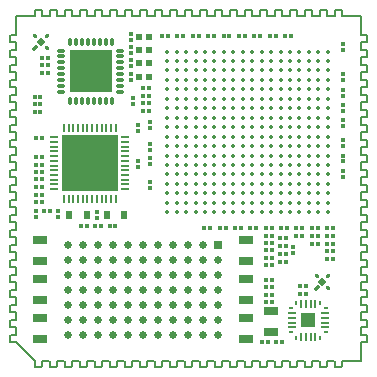
<source format=gtp>
G04 Layer_Color=14469570*
%FSLAX44Y44*%
%MOMM*%
G71*
G01*
G75*
%ADD10R,1.3000X0.7500*%
%ADD11R,0.3000X0.3000*%
%ADD12R,0.3000X0.3000*%
G04:AMPARAMS|DCode=13|XSize=0.3mm|YSize=0.5mm|CornerRadius=0mm|HoleSize=0mm|Usage=FLASHONLY|Rotation=135.000|XOffset=0mm|YOffset=0mm|HoleType=Round|Shape=Rectangle|*
%AMROTATEDRECTD13*
4,1,4,0.2828,0.0707,-0.0707,-0.2828,-0.2828,-0.0707,0.0707,0.2828,0.2828,0.0707,0.0*
%
%ADD13ROTATEDRECTD13*%

G04:AMPARAMS|DCode=14|XSize=0.3mm|YSize=0.5mm|CornerRadius=0mm|HoleSize=0mm|Usage=FLASHONLY|Rotation=225.000|XOffset=0mm|YOffset=0mm|HoleType=Round|Shape=Round|*
%AMOVALD14*
21,1,0.2000,0.3000,0.0000,0.0000,315.0*
1,1,0.3000,-0.0707,0.0707*
1,1,0.3000,0.0707,-0.0707*
%
%ADD14OVALD14*%

G04:AMPARAMS|DCode=15|XSize=0.3mm|YSize=0.5mm|CornerRadius=0mm|HoleSize=0mm|Usage=FLASHONLY|Rotation=135.000|XOffset=0mm|YOffset=0mm|HoleType=Round|Shape=Round|*
%AMOVALD15*
21,1,0.2000,0.3000,0.0000,0.0000,225.0*
1,1,0.3000,0.0707,0.0707*
1,1,0.3000,-0.0707,-0.0707*
%
%ADD15OVALD15*%

%ADD16P,0.7071X4X180.0*%
%ADD17R,1.2000X1.2000*%
%ADD18R,0.2000X0.4500*%
%ADD19R,0.2000X0.7000*%
%ADD20R,0.4500X0.2000*%
%ADD21R,0.7000X0.2000*%
%ADD22R,0.6350X0.6350*%
%ADD23C,0.6350*%
%ADD24R,3.6000X3.6000*%
%ADD25O,0.3000X0.8000*%
%ADD26O,0.8000X0.3000*%
%ADD27C,0.3500*%
%ADD28R,0.6000X0.8000*%
%ADD29O,0.2000X0.8000*%
%ADD30O,0.8000X0.2000*%
%ADD31R,4.7000X4.7000*%
%ADD32R,0.5000X0.5000*%
%ADD33C,0.2000*%
G36*
X73950Y164150D02*
X59150D01*
Y178950D01*
X73950D01*
Y164150D01*
D02*
G37*
G36*
X53350D02*
X38550D01*
Y178950D01*
X53350D01*
Y164150D01*
D02*
G37*
G36*
X73950Y143550D02*
X59150D01*
Y158350D01*
X73950D01*
Y143550D01*
D02*
G37*
G36*
X53350D02*
X38550D01*
Y158350D01*
X53350D01*
Y143550D01*
D02*
G37*
D10*
X188300Y78500D02*
D03*
X188300Y96000D02*
D03*
Y63000D02*
D03*
X188300Y45500D02*
D03*
X188300Y30000D02*
D03*
Y12500D02*
D03*
X14300Y30000D02*
D03*
X14300Y12500D02*
D03*
X14300Y63000D02*
D03*
X14300Y45500D02*
D03*
X14300Y78500D02*
D03*
X14300Y96000D02*
D03*
X209250Y35750D02*
D03*
Y18250D02*
D03*
D11*
X10500Y128000D02*
D03*
X15500D02*
D03*
X15500Y237500D02*
D03*
X20500D02*
D03*
X15500Y244000D02*
D03*
X20500D02*
D03*
X239250Y50750D02*
D03*
X234250D02*
D03*
X15500Y147500D02*
D03*
X10500D02*
D03*
X17500Y120500D02*
D03*
X22500D02*
D03*
X10500Y141250D02*
D03*
X15500D02*
D03*
X10500Y183000D02*
D03*
X15500D02*
D03*
X10500Y134250D02*
D03*
X15500D02*
D03*
X10500Y160000D02*
D03*
X15500D02*
D03*
X10500Y153750D02*
D03*
X15500D02*
D03*
X234250Y57250D02*
D03*
X239250D02*
D03*
X15500Y166250D02*
D03*
X10500D02*
D03*
X54000Y108250D02*
D03*
X49000D02*
D03*
X66000Y108250D02*
D03*
X61000D02*
D03*
X78000D02*
D03*
X73000D02*
D03*
X20500Y250500D02*
D03*
X15500D02*
D03*
X205250Y43750D02*
D03*
X210250D02*
D03*
X217000Y91000D02*
D03*
X222000D02*
D03*
X205250Y106250D02*
D03*
X210250D02*
D03*
X219000Y10000D02*
D03*
X214000D02*
D03*
X9500Y205000D02*
D03*
X14500D02*
D03*
X9500Y211000D02*
D03*
X14500D02*
D03*
Y217000D02*
D03*
X9500D02*
D03*
X202000Y10000D02*
D03*
X207000D02*
D03*
X205250Y50000D02*
D03*
X210250D02*
D03*
X205250Y56250D02*
D03*
X210250D02*
D03*
X205250Y62500D02*
D03*
X210250D02*
D03*
X205250Y75000D02*
D03*
X210250D02*
D03*
X205250Y93750D02*
D03*
X210250D02*
D03*
X205250Y100000D02*
D03*
X210250D02*
D03*
X217000Y97500D02*
D03*
X222000D02*
D03*
X222000Y84500D02*
D03*
X217000D02*
D03*
X117500Y269250D02*
D03*
X122500D02*
D03*
X208500D02*
D03*
X213500D02*
D03*
X106000Y212000D02*
D03*
X101000D02*
D03*
X101000Y218500D02*
D03*
X106000D02*
D03*
X156500Y269250D02*
D03*
X161500D02*
D03*
X135500D02*
D03*
X130500D02*
D03*
X106000Y225000D02*
D03*
X101000D02*
D03*
Y205500D02*
D03*
X106000D02*
D03*
X143500Y269250D02*
D03*
X148500D02*
D03*
X169500Y269250D02*
D03*
X174500D02*
D03*
X187500D02*
D03*
X182500D02*
D03*
X195500D02*
D03*
X200500D02*
D03*
X226500D02*
D03*
X221500D02*
D03*
X218250Y106250D02*
D03*
X223250D02*
D03*
X249250D02*
D03*
X244250D02*
D03*
X192250D02*
D03*
X197250D02*
D03*
X153250Y106250D02*
D03*
X158250D02*
D03*
X179250D02*
D03*
X184250D02*
D03*
X171250Y106250D02*
D03*
X166250D02*
D03*
X236250D02*
D03*
X231250D02*
D03*
X249250Y99750D02*
D03*
X244250D02*
D03*
X210250Y81250D02*
D03*
X205250D02*
D03*
X222000Y78000D02*
D03*
X217000D02*
D03*
X210250Y87500D02*
D03*
X205250D02*
D03*
X236250Y99750D02*
D03*
X231250D02*
D03*
X244250Y93250D02*
D03*
X249250D02*
D03*
X262250Y86750D02*
D03*
X257250D02*
D03*
X262250Y93250D02*
D03*
X257250D02*
D03*
X262250Y106250D02*
D03*
X257250D02*
D03*
X262250Y99750D02*
D03*
X257250D02*
D03*
X262250Y80250D02*
D03*
X257250D02*
D03*
D12*
X93000Y216750D02*
D03*
Y211750D02*
D03*
X29000Y115500D02*
D03*
Y120500D02*
D03*
X10750Y115500D02*
D03*
Y120500D02*
D03*
X62000Y115250D02*
D03*
Y120250D02*
D03*
X97000Y163250D02*
D03*
Y158250D02*
D03*
Y193750D02*
D03*
Y188750D02*
D03*
X91000Y265500D02*
D03*
Y270500D02*
D03*
Y259500D02*
D03*
Y254500D02*
D03*
Y248500D02*
D03*
Y243500D02*
D03*
Y231500D02*
D03*
Y236500D02*
D03*
X228250Y85250D02*
D03*
Y90250D02*
D03*
X270250Y257500D02*
D03*
Y262500D02*
D03*
X270250Y236500D02*
D03*
Y231500D02*
D03*
Y218500D02*
D03*
Y223500D02*
D03*
Y210500D02*
D03*
Y205500D02*
D03*
Y192500D02*
D03*
Y197500D02*
D03*
X107500Y190750D02*
D03*
Y195750D02*
D03*
X270250Y180750D02*
D03*
Y175750D02*
D03*
Y167750D02*
D03*
Y162750D02*
D03*
Y149750D02*
D03*
Y154750D02*
D03*
X107500Y177250D02*
D03*
Y172250D02*
D03*
Y160250D02*
D03*
Y165250D02*
D03*
Y145250D02*
D03*
Y140250D02*
D03*
D13*
X248250Y56000D02*
D03*
X10000Y259000D02*
D03*
D14*
X258250Y56000D02*
D03*
X248250Y66000D02*
D03*
X10000Y269000D02*
D03*
X20000Y259000D02*
D03*
D15*
X258250Y66000D02*
D03*
X20000Y269000D02*
D03*
D16*
X253250Y61000D02*
D03*
X15000Y264000D02*
D03*
D17*
X241250Y28250D02*
D03*
D18*
X231250Y43250D02*
D03*
X251250D02*
D03*
Y13250D02*
D03*
X231250Y13250D02*
D03*
D19*
X235250Y42000D02*
D03*
X239250D02*
D03*
X243250D02*
D03*
X247250D02*
D03*
Y14500D02*
D03*
X243250D02*
D03*
X239250D02*
D03*
X235250D02*
D03*
D20*
X256250Y38250D02*
D03*
X256250Y18250D02*
D03*
X226250D02*
D03*
Y38250D02*
D03*
D21*
X255000Y34250D02*
D03*
Y30250D02*
D03*
Y26250D02*
D03*
Y22250D02*
D03*
X227500D02*
D03*
Y26250D02*
D03*
Y30250D02*
D03*
Y34250D02*
D03*
D22*
X164800Y92350D02*
D03*
D23*
X164800Y79650D02*
D03*
X164800Y66950D02*
D03*
Y54250D02*
D03*
Y41550D02*
D03*
Y28850D02*
D03*
X164800Y16150D02*
D03*
X152100Y92350D02*
D03*
Y79650D02*
D03*
X152100Y66950D02*
D03*
X152100Y54250D02*
D03*
X152100Y41550D02*
D03*
X152100Y28850D02*
D03*
Y16150D02*
D03*
X139400Y92350D02*
D03*
Y79650D02*
D03*
X139400Y66950D02*
D03*
X139400Y54250D02*
D03*
X139400Y41550D02*
D03*
Y28850D02*
D03*
X139400Y16150D02*
D03*
X126700Y92350D02*
D03*
Y79650D02*
D03*
X126700Y66950D02*
D03*
X126700Y54250D02*
D03*
X126700Y41550D02*
D03*
X126700Y28850D02*
D03*
Y16150D02*
D03*
X114000Y92350D02*
D03*
Y79650D02*
D03*
Y66950D02*
D03*
X114000Y54250D02*
D03*
X114000Y41550D02*
D03*
Y28850D02*
D03*
Y16150D02*
D03*
X101300Y92350D02*
D03*
X101300Y79650D02*
D03*
Y66950D02*
D03*
X101300Y54250D02*
D03*
Y41550D02*
D03*
Y28850D02*
D03*
X101300Y16150D02*
D03*
X88600Y92350D02*
D03*
X88600Y79650D02*
D03*
Y66950D02*
D03*
X88600Y54250D02*
D03*
X88600Y41550D02*
D03*
Y28850D02*
D03*
X88600Y16150D02*
D03*
X75900Y92350D02*
D03*
X75900Y79650D02*
D03*
X75900Y66950D02*
D03*
X75900Y54250D02*
D03*
X75900Y41550D02*
D03*
Y28850D02*
D03*
X75900Y16150D02*
D03*
X63200Y92350D02*
D03*
Y79650D02*
D03*
X63200Y66950D02*
D03*
X63200Y54250D02*
D03*
X63200Y41550D02*
D03*
X63200Y28850D02*
D03*
Y16150D02*
D03*
X50500Y92350D02*
D03*
Y79650D02*
D03*
Y66950D02*
D03*
X50500Y54250D02*
D03*
X50500Y41550D02*
D03*
Y28850D02*
D03*
Y16150D02*
D03*
X37800Y92350D02*
D03*
Y79650D02*
D03*
X37800Y66950D02*
D03*
X37800Y54250D02*
D03*
X37800Y41550D02*
D03*
X37800Y28850D02*
D03*
Y16150D02*
D03*
D24*
X57170Y239150D02*
D03*
D25*
X39670Y264150D02*
D03*
X44670D02*
D03*
X49670D02*
D03*
X54670Y264150D02*
D03*
X59670D02*
D03*
X64670D02*
D03*
X69670D02*
D03*
X74670D02*
D03*
Y214150D02*
D03*
X69670D02*
D03*
X64670D02*
D03*
X59670Y214150D02*
D03*
X54670D02*
D03*
X49670Y214150D02*
D03*
X44670D02*
D03*
X39670D02*
D03*
D26*
X82170Y256650D02*
D03*
Y251650D02*
D03*
Y246650D02*
D03*
Y241650D02*
D03*
Y236650D02*
D03*
X82170Y231650D02*
D03*
Y226650D02*
D03*
Y221650D02*
D03*
X32170D02*
D03*
Y226650D02*
D03*
Y231650D02*
D03*
Y236650D02*
D03*
Y241650D02*
D03*
Y246650D02*
D03*
Y251650D02*
D03*
Y256650D02*
D03*
D27*
X121750Y119750D02*
D03*
Y127750D02*
D03*
Y135750D02*
D03*
Y143750D02*
D03*
Y151750D02*
D03*
Y159750D02*
D03*
Y167750D02*
D03*
Y175750D02*
D03*
Y183750D02*
D03*
Y191750D02*
D03*
Y199750D02*
D03*
Y207750D02*
D03*
Y215750D02*
D03*
Y223750D02*
D03*
Y231750D02*
D03*
Y239750D02*
D03*
Y247750D02*
D03*
Y255750D02*
D03*
X129750Y119750D02*
D03*
Y127750D02*
D03*
Y135750D02*
D03*
Y143750D02*
D03*
Y151750D02*
D03*
Y159750D02*
D03*
Y167750D02*
D03*
Y175750D02*
D03*
Y183750D02*
D03*
Y191750D02*
D03*
Y199750D02*
D03*
Y207750D02*
D03*
Y215750D02*
D03*
Y223750D02*
D03*
Y231750D02*
D03*
Y239750D02*
D03*
Y247750D02*
D03*
Y255750D02*
D03*
X137750Y119750D02*
D03*
Y127750D02*
D03*
Y135750D02*
D03*
Y143750D02*
D03*
Y151750D02*
D03*
Y159750D02*
D03*
Y167750D02*
D03*
Y175750D02*
D03*
Y183750D02*
D03*
Y191750D02*
D03*
Y199750D02*
D03*
Y207750D02*
D03*
Y215750D02*
D03*
Y223750D02*
D03*
Y231750D02*
D03*
Y239750D02*
D03*
Y247750D02*
D03*
Y255750D02*
D03*
X145750Y119750D02*
D03*
Y127750D02*
D03*
Y135750D02*
D03*
Y143750D02*
D03*
Y151750D02*
D03*
Y159750D02*
D03*
Y167750D02*
D03*
Y175750D02*
D03*
Y183750D02*
D03*
Y191750D02*
D03*
Y199750D02*
D03*
Y207750D02*
D03*
Y215750D02*
D03*
Y223750D02*
D03*
Y231750D02*
D03*
Y239750D02*
D03*
Y247750D02*
D03*
Y255750D02*
D03*
X153750Y119750D02*
D03*
Y127750D02*
D03*
Y135750D02*
D03*
Y143750D02*
D03*
Y151750D02*
D03*
Y159750D02*
D03*
Y167750D02*
D03*
Y175750D02*
D03*
Y183750D02*
D03*
Y191750D02*
D03*
Y199750D02*
D03*
Y207750D02*
D03*
Y215750D02*
D03*
Y223750D02*
D03*
Y231750D02*
D03*
Y239750D02*
D03*
Y247750D02*
D03*
Y255750D02*
D03*
X161750Y119750D02*
D03*
Y127750D02*
D03*
Y135750D02*
D03*
Y143750D02*
D03*
Y151750D02*
D03*
Y159750D02*
D03*
Y167750D02*
D03*
Y175750D02*
D03*
Y183750D02*
D03*
Y191750D02*
D03*
Y199750D02*
D03*
Y207750D02*
D03*
Y215750D02*
D03*
Y223750D02*
D03*
Y231750D02*
D03*
Y239750D02*
D03*
Y247750D02*
D03*
Y255750D02*
D03*
X169750Y119750D02*
D03*
Y127750D02*
D03*
Y135750D02*
D03*
Y143750D02*
D03*
Y151750D02*
D03*
Y159750D02*
D03*
Y167750D02*
D03*
Y175750D02*
D03*
Y183750D02*
D03*
Y191750D02*
D03*
Y199750D02*
D03*
Y207750D02*
D03*
Y215750D02*
D03*
Y223750D02*
D03*
Y231750D02*
D03*
Y239750D02*
D03*
Y247750D02*
D03*
Y255750D02*
D03*
X177750Y119750D02*
D03*
Y127750D02*
D03*
Y135750D02*
D03*
Y143750D02*
D03*
Y151750D02*
D03*
Y159750D02*
D03*
Y167750D02*
D03*
Y175750D02*
D03*
Y183750D02*
D03*
Y191750D02*
D03*
Y199750D02*
D03*
Y207750D02*
D03*
Y215750D02*
D03*
Y223750D02*
D03*
Y231750D02*
D03*
Y239750D02*
D03*
Y247750D02*
D03*
Y255750D02*
D03*
X185750Y119750D02*
D03*
Y127750D02*
D03*
Y135750D02*
D03*
Y143750D02*
D03*
Y151750D02*
D03*
Y159750D02*
D03*
Y167750D02*
D03*
Y175750D02*
D03*
Y183750D02*
D03*
Y191750D02*
D03*
Y199750D02*
D03*
Y207750D02*
D03*
Y215750D02*
D03*
Y223750D02*
D03*
Y231750D02*
D03*
Y239750D02*
D03*
Y247750D02*
D03*
Y255750D02*
D03*
X193750Y119750D02*
D03*
Y127750D02*
D03*
Y135750D02*
D03*
Y143750D02*
D03*
Y151750D02*
D03*
Y159750D02*
D03*
Y167750D02*
D03*
Y175750D02*
D03*
Y183750D02*
D03*
Y191750D02*
D03*
Y199750D02*
D03*
Y207750D02*
D03*
Y215750D02*
D03*
Y223750D02*
D03*
Y231750D02*
D03*
Y239750D02*
D03*
Y247750D02*
D03*
Y255750D02*
D03*
X201750Y119750D02*
D03*
Y127750D02*
D03*
Y135750D02*
D03*
Y143750D02*
D03*
Y151750D02*
D03*
Y159750D02*
D03*
Y167750D02*
D03*
Y175750D02*
D03*
Y183750D02*
D03*
Y191750D02*
D03*
Y199750D02*
D03*
Y207750D02*
D03*
Y215750D02*
D03*
Y223750D02*
D03*
Y231750D02*
D03*
Y239750D02*
D03*
Y247750D02*
D03*
Y255750D02*
D03*
X209750Y119750D02*
D03*
Y127750D02*
D03*
Y135750D02*
D03*
Y143750D02*
D03*
Y151750D02*
D03*
Y159750D02*
D03*
Y167750D02*
D03*
Y175750D02*
D03*
Y183750D02*
D03*
Y191750D02*
D03*
Y199750D02*
D03*
Y207750D02*
D03*
Y215750D02*
D03*
Y223750D02*
D03*
Y231750D02*
D03*
Y239750D02*
D03*
Y247750D02*
D03*
Y255750D02*
D03*
X217750Y119750D02*
D03*
Y127750D02*
D03*
Y135750D02*
D03*
Y143750D02*
D03*
Y151750D02*
D03*
Y159750D02*
D03*
Y167750D02*
D03*
Y175750D02*
D03*
Y183750D02*
D03*
Y191750D02*
D03*
Y199750D02*
D03*
Y207750D02*
D03*
Y215750D02*
D03*
Y223750D02*
D03*
Y231750D02*
D03*
Y239750D02*
D03*
Y247750D02*
D03*
Y255750D02*
D03*
X225750Y119750D02*
D03*
Y127750D02*
D03*
Y135750D02*
D03*
Y143750D02*
D03*
Y151750D02*
D03*
Y159750D02*
D03*
Y167750D02*
D03*
Y175750D02*
D03*
Y183750D02*
D03*
Y191750D02*
D03*
Y199750D02*
D03*
Y207750D02*
D03*
Y215750D02*
D03*
Y223750D02*
D03*
Y231750D02*
D03*
Y239750D02*
D03*
Y247750D02*
D03*
Y255750D02*
D03*
X233750Y119750D02*
D03*
Y127750D02*
D03*
Y135750D02*
D03*
Y143750D02*
D03*
Y151750D02*
D03*
Y159750D02*
D03*
Y167750D02*
D03*
Y175750D02*
D03*
Y183750D02*
D03*
Y191750D02*
D03*
Y199750D02*
D03*
Y207750D02*
D03*
Y215750D02*
D03*
Y223750D02*
D03*
Y231750D02*
D03*
Y239750D02*
D03*
Y247750D02*
D03*
Y255750D02*
D03*
X241750Y119750D02*
D03*
Y127750D02*
D03*
Y135750D02*
D03*
Y143750D02*
D03*
Y151750D02*
D03*
Y159750D02*
D03*
Y167750D02*
D03*
Y175750D02*
D03*
Y183750D02*
D03*
Y191750D02*
D03*
Y199750D02*
D03*
Y207750D02*
D03*
Y215750D02*
D03*
Y223750D02*
D03*
Y231750D02*
D03*
Y239750D02*
D03*
Y247750D02*
D03*
Y255750D02*
D03*
X249750Y119750D02*
D03*
Y127750D02*
D03*
Y135750D02*
D03*
Y143750D02*
D03*
Y151750D02*
D03*
Y159750D02*
D03*
Y167750D02*
D03*
Y175750D02*
D03*
Y183750D02*
D03*
Y191750D02*
D03*
Y199750D02*
D03*
Y207750D02*
D03*
Y215750D02*
D03*
Y223750D02*
D03*
Y231750D02*
D03*
Y239750D02*
D03*
Y247750D02*
D03*
Y255750D02*
D03*
X257750Y119750D02*
D03*
Y127750D02*
D03*
Y135750D02*
D03*
Y143750D02*
D03*
Y151750D02*
D03*
Y159750D02*
D03*
Y167750D02*
D03*
Y175750D02*
D03*
Y183750D02*
D03*
Y191750D02*
D03*
Y199750D02*
D03*
Y207750D02*
D03*
Y215750D02*
D03*
Y223750D02*
D03*
Y231750D02*
D03*
Y239750D02*
D03*
Y247750D02*
D03*
Y255750D02*
D03*
D28*
X53500Y117750D02*
D03*
X38500D02*
D03*
X70500D02*
D03*
X85500D02*
D03*
D29*
X34250Y131250D02*
D03*
X38250D02*
D03*
X42250D02*
D03*
X46250D02*
D03*
X50250D02*
D03*
X54250D02*
D03*
X58250D02*
D03*
X62250D02*
D03*
X66250D02*
D03*
X70250D02*
D03*
X74250D02*
D03*
X78250D02*
D03*
Y191250D02*
D03*
X74250D02*
D03*
X70250D02*
D03*
X66250D02*
D03*
X62250D02*
D03*
X58250D02*
D03*
X54250D02*
D03*
X50250D02*
D03*
X46250D02*
D03*
X42250D02*
D03*
X38250D02*
D03*
X34250D02*
D03*
D30*
X86250Y139250D02*
D03*
Y143250D02*
D03*
Y147250D02*
D03*
Y151250D02*
D03*
Y155250D02*
D03*
Y159250D02*
D03*
Y163250D02*
D03*
Y167250D02*
D03*
Y171250D02*
D03*
Y175250D02*
D03*
Y179250D02*
D03*
Y183250D02*
D03*
X26250D02*
D03*
Y179250D02*
D03*
Y175250D02*
D03*
Y171250D02*
D03*
Y167250D02*
D03*
Y163250D02*
D03*
Y159250D02*
D03*
Y155250D02*
D03*
Y151250D02*
D03*
Y147250D02*
D03*
Y143250D02*
D03*
Y139250D02*
D03*
D31*
X56250Y161250D02*
D03*
D32*
X106250Y268000D02*
D03*
X98250D02*
D03*
X106250Y257000D02*
D03*
X98250D02*
D03*
X106250Y246000D02*
D03*
X98250D02*
D03*
X106250Y234000D02*
D03*
X98250D02*
D03*
D33*
X16200Y-6500D02*
X21900D01*
X28900D02*
X34600D01*
X41600D02*
X47300D01*
X54300D02*
X60000D01*
X67000D02*
X72700D01*
X79700D02*
X85400D01*
X92400D02*
X98100D01*
X105100D02*
X110800D01*
X117800D02*
X123500D01*
X130500D02*
X136200D01*
X143200D02*
X148900D01*
X155900D02*
X161600D01*
X168600D02*
X174300D01*
X181300D02*
X187000D01*
X194000D02*
X199700D01*
X206700D02*
X212400D01*
X219400D02*
X225100D01*
X231846D02*
X237546D01*
X244546D02*
X250246D01*
X257246D02*
X262946D01*
X285900Y257246D02*
Y262946D01*
X285900Y250246D02*
X285900Y244546D01*
Y231846D02*
Y237546D01*
Y219400D02*
Y225100D01*
X285900Y212400D02*
X285900Y206700D01*
Y194000D02*
Y199700D01*
Y181300D02*
Y187000D01*
X285900Y168600D02*
X285900Y174300D01*
Y155900D02*
Y161600D01*
X285900Y148900D02*
X285900Y143200D01*
Y130500D02*
Y136200D01*
Y117800D02*
Y123500D01*
X285900Y105100D02*
X285900Y110800D01*
Y92400D02*
Y98100D01*
X285900Y85400D02*
X285900Y79700D01*
Y67000D02*
Y72700D01*
Y54300D02*
Y60000D01*
X285900Y41600D02*
Y47300D01*
X285900Y28900D02*
Y34600D01*
X285900Y21900D02*
X285900Y16200D01*
X16454Y285900D02*
X22154D01*
X29154Y285900D02*
X34854Y285900D01*
X41854D02*
X47554D01*
X54300D02*
X60000D01*
X67000Y285900D02*
X72700Y285900D01*
X79700D02*
X85400D01*
X92400D02*
X98100D01*
X105100D02*
X110800Y285900D01*
X117800Y285900D02*
X123500D01*
X130500Y285900D02*
X136200Y285900D01*
X143200D02*
X148900D01*
X155900D02*
X161600D01*
X168600D02*
X174300Y285900D01*
X181300Y285900D02*
X187000D01*
X194000Y285900D02*
X199700Y285900D01*
X206700D02*
X212400D01*
X219400D02*
X225100D01*
X232100Y285900D02*
X237800D01*
X244800Y285900D02*
X250500D01*
X257500Y285900D02*
X263200Y285900D01*
X-6500Y16454D02*
Y22154D01*
Y34854D02*
X-6500Y29154D01*
X-6500Y41854D02*
Y47554D01*
Y54300D02*
Y60000D01*
Y72700D02*
X-6500Y67000D01*
X-6500Y79700D02*
Y85400D01*
Y92400D02*
Y98100D01*
Y105100D02*
X-6500Y110800D01*
X-6500Y117800D02*
Y123500D01*
Y136200D02*
X-6500Y130500D01*
X-6500Y143200D02*
Y148900D01*
Y155900D02*
Y161600D01*
Y168600D02*
X-6500Y174300D01*
X-6500Y181300D02*
Y187000D01*
Y199700D02*
X-6500Y194000D01*
X-6500Y206700D02*
Y212400D01*
Y219400D02*
Y225100D01*
X-6500Y232100D02*
Y237800D01*
X-6500Y244800D02*
Y250500D01*
Y263200D02*
X-6500Y257500D01*
X-6500Y269946D02*
Y285900D01*
X9454D01*
X285900Y269946D02*
Y285900D01*
X269946D02*
X285900D01*
X269946Y-6500D02*
X285900D01*
Y9454D01*
X-6500D02*
X9454Y-6500D01*
X-11176Y137160D02*
Y142240D01*
X-10470Y142946D02*
X-6500D01*
X-10470Y136454D02*
X-6500D01*
X-11176Y142240D02*
X-10470Y142946D01*
X-11176Y137160D02*
X-10470Y136454D01*
X-11176Y124460D02*
Y129540D01*
X-10470Y130246D02*
X-6500D01*
X-10470Y123754D02*
X-6500D01*
X-11176Y129540D02*
X-10470Y130246D01*
X-11176Y124460D02*
X-10470Y123754D01*
X-11176Y111760D02*
Y116840D01*
X-10470Y117546D02*
X-6500D01*
X-10470Y111054D02*
X-6500D01*
X-11176Y116840D02*
X-10470Y117546D01*
X-11176Y111760D02*
X-10470Y111054D01*
X-11176Y99060D02*
Y104140D01*
X-10470Y104846D02*
X-6500D01*
X-10470Y98354D02*
X-6500D01*
X-11176Y104140D02*
X-10470Y104846D01*
X-11176Y99060D02*
X-10470Y98354D01*
X-11176Y86360D02*
Y91440D01*
X-10470Y92146D02*
X-6500D01*
X-10470Y85654D02*
X-6500D01*
X-11176Y91440D02*
X-10470Y92146D01*
X-11176Y86360D02*
X-10470Y85654D01*
X-11176Y73660D02*
Y78740D01*
X-10470Y79446D02*
X-6500D01*
X-10470Y72954D02*
X-6500D01*
X-11176Y78740D02*
X-10470Y79446D01*
X-11176Y73660D02*
X-10470Y72954D01*
X-11176Y60960D02*
Y66040D01*
X-10470Y66746D02*
X-6500D01*
X-10470Y60254D02*
X-6500D01*
X-11176Y66040D02*
X-10470Y66746D01*
X-11176Y60960D02*
X-10470Y60254D01*
X-11176Y48260D02*
Y53340D01*
X-10470Y54046D02*
X-6500D01*
X-10470Y47554D02*
X-6500D01*
X-11176Y53340D02*
X-10470Y54046D01*
X-11176Y48260D02*
X-10470Y47554D01*
X-11176Y35560D02*
Y40640D01*
X-10470Y41346D02*
X-6500D01*
X-10470Y34854D02*
X-6500D01*
X-11176Y40640D02*
X-10470Y41346D01*
X-11176Y35560D02*
X-10470Y34854D01*
X-11176Y22860D02*
Y27940D01*
X-10470Y28646D02*
X-6500D01*
X-10470Y22154D02*
X-6500D01*
X-11176Y27940D02*
X-10470Y28646D01*
X-11176Y22860D02*
X-10470Y22154D01*
X-11176Y10160D02*
Y15240D01*
X-10470Y15946D02*
X-6500D01*
X-10470Y9454D02*
X-6500D01*
X-11176Y15240D02*
X-10470Y15946D01*
X-11176Y10160D02*
X-10470Y9454D01*
X10160Y-11176D02*
X15240D01*
X9454Y-10470D02*
Y-6500D01*
X15946Y-10470D02*
Y-6500D01*
X9454Y-10470D02*
X10160Y-11176D01*
X15240D02*
X15946Y-10470D01*
X22860Y-11176D02*
X27940D01*
X22154Y-10470D02*
Y-6500D01*
X28646Y-10470D02*
Y-6500D01*
X22154Y-10470D02*
X22860Y-11176D01*
X27940D02*
X28646Y-10470D01*
X35560Y-11176D02*
X40640D01*
X34854Y-10470D02*
Y-6500D01*
X41346Y-10470D02*
Y-6500D01*
X34854Y-10470D02*
X35560Y-11176D01*
X40640D02*
X41346Y-10470D01*
X48260Y-11176D02*
X53340D01*
X47554Y-10470D02*
Y-6500D01*
X54046Y-10470D02*
Y-6500D01*
X47554Y-10470D02*
X48260Y-11176D01*
X53340D02*
X54046Y-10470D01*
X60960Y-11176D02*
X66040D01*
X60254Y-10470D02*
Y-6500D01*
X66746Y-10470D02*
Y-6500D01*
X60254Y-10470D02*
X60960Y-11176D01*
X66040D02*
X66746Y-10470D01*
X73660Y-11176D02*
X78740D01*
X72954Y-10470D02*
Y-6500D01*
X79446Y-10470D02*
Y-6500D01*
X72954Y-10470D02*
X73660Y-11176D01*
X78740D02*
X79446Y-10470D01*
X86360Y-11176D02*
X91440D01*
X85654Y-10470D02*
Y-6500D01*
X92146Y-10470D02*
Y-6500D01*
X85654Y-10470D02*
X86360Y-11176D01*
X91440D02*
X92146Y-10470D01*
X99060Y-11176D02*
X104140D01*
X98354Y-10470D02*
Y-6500D01*
X104846Y-10470D02*
Y-6500D01*
X98354Y-10470D02*
X99060Y-11176D01*
X104140D02*
X104846Y-10470D01*
X111760Y-11176D02*
X116840D01*
X111054Y-10470D02*
Y-6500D01*
X117546Y-10470D02*
Y-6500D01*
X111054Y-10470D02*
X111760Y-11176D01*
X116840D02*
X117546Y-10470D01*
X124460Y-11176D02*
X129540D01*
X123754Y-10470D02*
Y-6500D01*
X130246Y-10470D02*
Y-6500D01*
X123754Y-10470D02*
X124460Y-11176D01*
X129540D02*
X130246Y-10470D01*
X137160Y-11176D02*
X142240D01*
X136454Y-10470D02*
Y-6500D01*
X142946Y-10470D02*
Y-6500D01*
X136454Y-10470D02*
X137160Y-11176D01*
X142240D02*
X142946Y-10470D01*
X149860Y-11176D02*
X154940D01*
X149154Y-10470D02*
Y-6500D01*
X155646Y-10470D02*
Y-6500D01*
X149154Y-10470D02*
X149860Y-11176D01*
X154940D02*
X155646Y-10470D01*
X162560Y-11176D02*
X167640D01*
X161854Y-10470D02*
Y-6500D01*
X168346Y-10470D02*
Y-6500D01*
X161854Y-10470D02*
X162560Y-11176D01*
X167640D02*
X168346Y-10470D01*
X175260Y-11176D02*
X180340D01*
X174554Y-10470D02*
Y-6500D01*
X181046Y-10470D02*
Y-6500D01*
X174554Y-10470D02*
X175260Y-11176D01*
X180340D02*
X181046Y-10470D01*
X187960Y-11176D02*
X193040D01*
X187254Y-10470D02*
Y-6500D01*
X193746Y-10470D02*
Y-6500D01*
X187254Y-10470D02*
X187960Y-11176D01*
X193040D02*
X193746Y-10470D01*
X200660Y-11176D02*
X205740D01*
X199954Y-10470D02*
Y-6500D01*
X206446Y-10470D02*
Y-6500D01*
X199954Y-10470D02*
X200660Y-11176D01*
X205740D02*
X206446Y-10470D01*
X213360Y-11176D02*
X218440D01*
X212654Y-10470D02*
Y-6500D01*
X219146Y-10470D02*
Y-6500D01*
X212654Y-10470D02*
X213360Y-11176D01*
X218440D02*
X219146Y-10470D01*
X226060Y-11176D02*
X231140D01*
X225354Y-10470D02*
Y-6500D01*
X231846Y-10470D02*
Y-6500D01*
X225354Y-10470D02*
X226060Y-11176D01*
X231140D02*
X231846Y-10470D01*
X238760Y-11176D02*
X243840D01*
X238054Y-10470D02*
Y-6500D01*
X244546Y-10470D02*
Y-6500D01*
X238054Y-10470D02*
X238760Y-11176D01*
X243840D02*
X244546Y-10470D01*
X251460Y-11176D02*
X256540D01*
X250754Y-10470D02*
Y-6500D01*
X257246Y-10470D02*
Y-6500D01*
X250754Y-10470D02*
X251460Y-11176D01*
X256540D02*
X257246Y-10470D01*
X264160Y-11176D02*
X269240D01*
X263454Y-10470D02*
Y-6500D01*
X269946Y-10470D02*
Y-6500D01*
X263454Y-10470D02*
X264160Y-11176D01*
X269240D02*
X269946Y-10470D01*
X290576Y10160D02*
Y15240D01*
X285900Y9454D02*
X289870D01*
X285900Y15946D02*
X289870D01*
Y9454D02*
X290576Y10160D01*
X289870Y15946D02*
X290576Y15240D01*
Y22860D02*
Y27940D01*
X285900Y22154D02*
X289870D01*
X285900Y28646D02*
X289870D01*
Y22154D02*
X290576Y22860D01*
X289870Y28646D02*
X290576Y27940D01*
Y35560D02*
Y40640D01*
X285900Y34854D02*
X289870D01*
X285900Y41346D02*
X289870D01*
Y34854D02*
X290576Y35560D01*
X289870Y41346D02*
X290576Y40640D01*
Y48260D02*
Y53340D01*
X285900Y47554D02*
X289870D01*
X285900Y54046D02*
X289870D01*
Y47554D02*
X290576Y48260D01*
X289870Y54046D02*
X290576Y53340D01*
Y60960D02*
Y66040D01*
X285900Y60254D02*
X289870D01*
X285900Y66746D02*
X289870D01*
Y60254D02*
X290576Y60960D01*
X289870Y66746D02*
X290576Y66040D01*
Y73660D02*
Y78740D01*
X285900Y72954D02*
X289870D01*
X285900Y79446D02*
X289870D01*
Y72954D02*
X290576Y73660D01*
X289870Y79446D02*
X290576Y78740D01*
Y86360D02*
Y91440D01*
X285900Y85654D02*
X289870D01*
X285900Y92146D02*
X289870D01*
Y85654D02*
X290576Y86360D01*
X289870Y92146D02*
X290576Y91440D01*
Y99060D02*
Y104140D01*
X285900Y98354D02*
X289870D01*
X285900Y104846D02*
X289870D01*
Y98354D02*
X290576Y99060D01*
X289870Y104846D02*
X290576Y104140D01*
Y111760D02*
Y116840D01*
X285900Y111054D02*
X289870D01*
X285900Y117546D02*
X289870D01*
Y111054D02*
X290576Y111760D01*
X289870Y117546D02*
X290576Y116840D01*
Y124460D02*
Y129540D01*
X285900Y123754D02*
X289870D01*
X285900Y130246D02*
X289870D01*
Y123754D02*
X290576Y124460D01*
X289870Y130246D02*
X290576Y129540D01*
Y137160D02*
Y142240D01*
X285900Y136454D02*
X289870D01*
X285900Y142946D02*
X289870D01*
Y136454D02*
X290576Y137160D01*
X289870Y142946D02*
X290576Y142240D01*
Y149860D02*
Y154940D01*
X285900Y149154D02*
X289870D01*
X285900Y155646D02*
X289870D01*
Y149154D02*
X290576Y149860D01*
X289870Y155646D02*
X290576Y154940D01*
Y162560D02*
Y167640D01*
X285900Y161854D02*
X289870D01*
X285900Y168346D02*
X289870D01*
Y161854D02*
X290576Y162560D01*
X289870Y168346D02*
X290576Y167640D01*
Y175260D02*
Y180340D01*
X285900Y174554D02*
X289870D01*
X285900Y181046D02*
X289870D01*
Y174554D02*
X290576Y175260D01*
X289870Y181046D02*
X290576Y180340D01*
Y187960D02*
Y193040D01*
X285900Y187254D02*
X289870D01*
X285900Y193746D02*
X289870D01*
Y187254D02*
X290576Y187960D01*
X289870Y193746D02*
X290576Y193040D01*
Y200660D02*
Y205740D01*
X285900Y199954D02*
X289870D01*
X285900Y206446D02*
X289870D01*
Y199954D02*
X290576Y200660D01*
X289870Y206446D02*
X290576Y205740D01*
Y213360D02*
Y218440D01*
X285900Y212654D02*
X289870D01*
X285900Y219146D02*
X289870D01*
Y212654D02*
X290576Y213360D01*
X289870Y219146D02*
X290576Y218440D01*
Y226060D02*
Y231140D01*
X285900Y225354D02*
X289870D01*
X285900Y231846D02*
X289870D01*
Y225354D02*
X290576Y226060D01*
X289870Y231846D02*
X290576Y231140D01*
Y238760D02*
Y243840D01*
X285900Y238054D02*
X289870D01*
X285900Y244546D02*
X289870D01*
Y238054D02*
X290576Y238760D01*
X289870Y244546D02*
X290576Y243840D01*
Y251460D02*
Y256540D01*
X285900Y250754D02*
X289870D01*
X285900Y257246D02*
X289870D01*
Y250754D02*
X290576Y251460D01*
X289870Y257246D02*
X290576Y256540D01*
Y264160D02*
Y269240D01*
X285900Y263454D02*
X289870D01*
X285900Y269946D02*
X289870D01*
Y263454D02*
X290576Y264160D01*
X289870Y269946D02*
X290576Y269240D01*
X264160Y290576D02*
X269240D01*
X269946Y285900D02*
Y289870D01*
X263454Y285900D02*
Y289870D01*
X269240Y290576D02*
X269946Y289870D01*
X263454D02*
X264160Y290576D01*
X251460D02*
X256540D01*
X257246Y285900D02*
Y289870D01*
X250754Y285900D02*
Y289870D01*
X256540Y290576D02*
X257246Y289870D01*
X250754D02*
X251460Y290576D01*
X238760D02*
X243840D01*
X244546Y285900D02*
Y289870D01*
X238054Y285900D02*
Y289870D01*
X243840Y290576D02*
X244546Y289870D01*
X238054D02*
X238760Y290576D01*
X226060D02*
X231140D01*
X231846Y285900D02*
Y289870D01*
X225354Y285900D02*
Y289870D01*
X231140Y290576D02*
X231846Y289870D01*
X225354D02*
X226060Y290576D01*
X213360D02*
X218440D01*
X219146Y285900D02*
Y289870D01*
X212654Y285900D02*
Y289870D01*
X218440Y290576D02*
X219146Y289870D01*
X212654D02*
X213360Y290576D01*
X200660D02*
X205740D01*
X206446Y285900D02*
Y289870D01*
X199954Y285900D02*
Y289870D01*
X205740Y290576D02*
X206446Y289870D01*
X199954D02*
X200660Y290576D01*
X187960D02*
X193040D01*
X193746Y285900D02*
Y289870D01*
X187254Y285900D02*
Y289870D01*
X193040Y290576D02*
X193746Y289870D01*
X187254D02*
X187960Y290576D01*
X175260D02*
X180340D01*
X181046Y285900D02*
Y289870D01*
X174554Y285900D02*
Y289870D01*
X180340Y290576D02*
X181046Y289870D01*
X174554D02*
X175260Y290576D01*
X162560D02*
X167640D01*
X168346Y285900D02*
Y289870D01*
X161854Y285900D02*
Y289870D01*
X167640Y290576D02*
X168346Y289870D01*
X161854D02*
X162560Y290576D01*
X149860D02*
X154940D01*
X155646Y285900D02*
Y289870D01*
X149154Y285900D02*
Y289870D01*
X154940Y290576D02*
X155646Y289870D01*
X149154D02*
X149860Y290576D01*
X137160D02*
X142240D01*
X142946Y285900D02*
Y289870D01*
X136454Y285900D02*
Y289870D01*
X142240Y290576D02*
X142946Y289870D01*
X136454D02*
X137160Y290576D01*
X124460D02*
X129540D01*
X130246Y285900D02*
Y289870D01*
X123754Y285900D02*
Y289870D01*
X129540Y290576D02*
X130246Y289870D01*
X123754D02*
X124460Y290576D01*
X111760D02*
X116840D01*
X117546Y285900D02*
Y289870D01*
X111054Y285900D02*
Y289870D01*
X116840Y290576D02*
X117546Y289870D01*
X111054D02*
X111760Y290576D01*
X99060D02*
X104140D01*
X104846Y285900D02*
Y289870D01*
X98354Y285900D02*
Y289870D01*
X104140Y290576D02*
X104846Y289870D01*
X98354D02*
X99060Y290576D01*
X86360D02*
X91440D01*
X92146Y285900D02*
Y289870D01*
X85654Y285900D02*
Y289870D01*
X91440Y290576D02*
X92146Y289870D01*
X85654D02*
X86360Y290576D01*
X73660D02*
X78740D01*
X79446Y285900D02*
Y289870D01*
X72954Y285900D02*
Y289870D01*
X78740Y290576D02*
X79446Y289870D01*
X72954D02*
X73660Y290576D01*
X60960D02*
X66040D01*
X66746Y285900D02*
Y289870D01*
X60254Y285900D02*
Y289870D01*
X66040Y290576D02*
X66746Y289870D01*
X60254D02*
X60960Y290576D01*
X48260D02*
X53340D01*
X54046Y285900D02*
Y289870D01*
X47554Y285900D02*
Y289870D01*
X53340Y290576D02*
X54046Y289870D01*
X47554D02*
X48260Y290576D01*
X35560D02*
X40640D01*
X41346Y285900D02*
Y289870D01*
X34854Y285900D02*
Y289870D01*
X40640Y290576D02*
X41346Y289870D01*
X34854D02*
X35560Y290576D01*
X22860D02*
X27940D01*
X28646Y285900D02*
Y289870D01*
X22154Y285900D02*
Y289870D01*
X27940Y290576D02*
X28646Y289870D01*
X22154D02*
X22860Y290576D01*
X10160D02*
X15240D01*
X15946Y285900D02*
Y289870D01*
X9454Y285900D02*
Y289870D01*
X15240Y290576D02*
X15946Y289870D01*
X9454D02*
X10160Y290576D01*
X-11176Y264160D02*
Y269240D01*
X-10470Y269946D02*
X-6500D01*
X-10470Y263454D02*
X-6500D01*
X-11176Y269240D02*
X-10470Y269946D01*
X-11176Y264160D02*
X-10470Y263454D01*
X-11176Y251460D02*
Y256540D01*
X-10470Y257246D02*
X-6500D01*
X-10470Y250754D02*
X-6500D01*
X-11176Y256540D02*
X-10470Y257246D01*
X-11176Y251460D02*
X-10470Y250754D01*
X-11176Y238760D02*
Y243840D01*
X-10470Y244546D02*
X-6500D01*
X-10470Y238054D02*
X-6500D01*
X-11176Y243840D02*
X-10470Y244546D01*
X-11176Y238760D02*
X-10470Y238054D01*
X-11176Y226060D02*
Y231140D01*
X-10470Y231846D02*
X-6500D01*
X-10470Y225354D02*
X-6500D01*
X-11176Y231140D02*
X-10470Y231846D01*
X-11176Y226060D02*
X-10470Y225354D01*
X-11176Y213360D02*
Y218440D01*
X-10470Y219146D02*
X-6500D01*
X-10470Y212654D02*
X-6500D01*
X-11176Y218440D02*
X-10470Y219146D01*
X-11176Y213360D02*
X-10470Y212654D01*
X-11176Y200660D02*
Y205740D01*
X-10470Y206446D02*
X-6500D01*
X-10470Y199954D02*
X-6500D01*
X-11176Y205740D02*
X-10470Y206446D01*
X-11176Y200660D02*
X-10470Y199954D01*
X-11176Y187960D02*
Y193040D01*
X-10470Y193746D02*
X-6500D01*
X-10470Y187254D02*
X-6500D01*
X-11176Y193040D02*
X-10470Y193746D01*
X-11176Y187960D02*
X-10470Y187254D01*
X-11176Y175260D02*
Y180340D01*
X-10470Y181046D02*
X-6500D01*
X-10470Y174554D02*
X-6500D01*
X-11176Y180340D02*
X-10470Y181046D01*
X-11176Y175260D02*
X-10470Y174554D01*
X-11176Y162560D02*
Y167640D01*
X-10470Y168346D02*
X-6500D01*
X-10470Y161854D02*
X-6500D01*
X-11176Y167640D02*
X-10470Y168346D01*
X-11176Y162560D02*
X-10470Y161854D01*
X-11176Y149860D02*
Y154940D01*
X-10470Y155646D02*
X-6500D01*
X-10470Y149154D02*
X-6500D01*
X-11176Y154940D02*
X-10470Y155646D01*
X-11176Y149860D02*
X-10470Y149154D01*
M02*

</source>
